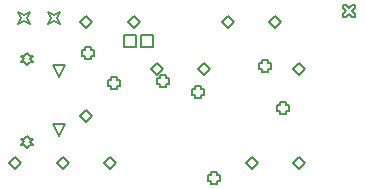
<source format=gbr>
G04*
G04 #@! TF.GenerationSoftware,Altium Limited,Altium Designer,24.6.1 (21)*
G04*
G04 Layer_Color=2752767*
%FSLAX25Y25*%
%MOIN*%
G70*
G04*
G04 #@! TF.SameCoordinates,5512D287-6342-4ABA-9CF6-7DAEAAFA0F20*
G04*
G04*
G04 #@! TF.FilePolarity,Positive*
G04*
G01*
G75*
%ADD43C,0.00500*%
D43*
X345130Y339721D02*
X343130Y343721D01*
X347130D01*
X345130Y339721D01*
Y359405D02*
X343130Y363405D01*
X347130D01*
X345130Y359405D01*
X334500Y335784D02*
X335500Y336784D01*
X336500D01*
X335500Y337784D01*
X336500Y338784D01*
X335500D01*
X334500Y339784D01*
X333500Y338784D01*
X332500D01*
X333500Y337784D01*
X332500Y336784D01*
X333500D01*
X334500Y335784D01*
Y363342D02*
X335500Y364342D01*
X336500D01*
X335500Y365342D01*
X336500Y366342D01*
X335500D01*
X334500Y367342D01*
X333500Y366342D01*
X332500D01*
X333500Y365342D01*
X332500Y364342D01*
X333500D01*
X334500Y363342D01*
X372512Y369500D02*
Y373500D01*
X376512D01*
Y369500D01*
X372512D01*
X367000D02*
Y373500D01*
X371000D01*
Y369500D01*
X367000D01*
X341500Y377000D02*
X342500Y379000D01*
X341500Y381000D01*
X343500Y380000D01*
X345500Y381000D01*
X344500Y379000D01*
X345500Y377000D01*
X343500Y378000D01*
X341500Y377000D01*
X331500D02*
X332500Y379000D01*
X331500Y381000D01*
X333500Y380000D01*
X335500Y381000D01*
X334500Y379000D01*
X335500Y377000D01*
X333500Y378000D01*
X331500Y377000D01*
X395894Y324894D02*
Y323894D01*
X397894D01*
Y324894D01*
X398894D01*
Y326894D01*
X397894D01*
Y327894D01*
X395894D01*
Y326894D01*
X394894D01*
Y324894D01*
X395894D01*
X423197Y362205D02*
X425197Y364205D01*
X427197Y362205D01*
X425197Y360205D01*
X423197Y362205D01*
Y330709D02*
X425197Y332709D01*
X427197Y330709D01*
X425197Y328709D01*
X423197Y330709D01*
X415323Y377953D02*
X417323Y379953D01*
X419323Y377953D01*
X417323Y375953D01*
X415323Y377953D01*
X407449Y330709D02*
X409449Y332709D01*
X411449Y330709D01*
X409449Y328709D01*
X407449Y330709D01*
X399575Y377953D02*
X401575Y379953D01*
X403575Y377953D01*
X401575Y375953D01*
X399575Y377953D01*
X391701Y362205D02*
X393701Y364205D01*
X395701Y362205D01*
X393701Y360205D01*
X391701Y362205D01*
X375953D02*
X377953Y364205D01*
X379953Y362205D01*
X377953Y360205D01*
X375953Y362205D01*
X368079Y377953D02*
X370079Y379953D01*
X372079Y377953D01*
X370079Y375953D01*
X368079Y377953D01*
X360205Y330709D02*
X362205Y332709D01*
X364205Y330709D01*
X362205Y328709D01*
X360205Y330709D01*
X352331Y377953D02*
X354331Y379953D01*
X356331Y377953D01*
X354331Y375953D01*
X352331Y377953D01*
Y346457D02*
X354331Y348457D01*
X356331Y346457D01*
X354331Y344457D01*
X352331Y346457D01*
X344457Y330709D02*
X346457Y332709D01*
X348457Y330709D01*
X346457Y328709D01*
X344457Y330709D01*
X328709D02*
X330709Y332709D01*
X332709Y330709D01*
X330709Y328709D01*
X328709Y330709D01*
X440000Y379500D02*
X441000D01*
X442000Y380500D01*
X443000Y379500D01*
X444000D01*
Y380500D01*
X443000Y381500D01*
X444000Y382500D01*
Y383500D01*
X443000D01*
X442000Y382500D01*
X441000Y383500D01*
X440000D01*
Y382500D01*
X441000Y381500D01*
X440000Y380500D01*
Y379500D01*
X413000Y362000D02*
Y361000D01*
X415000D01*
Y362000D01*
X416000D01*
Y364000D01*
X415000D01*
Y365000D01*
X413000D01*
Y364000D01*
X412000D01*
Y362000D01*
X413000D01*
X354000Y366500D02*
Y365500D01*
X356000D01*
Y366500D01*
X357000D01*
Y368500D01*
X356000D01*
Y369500D01*
X354000D01*
Y368500D01*
X353000D01*
Y366500D01*
X354000D01*
X362500Y356500D02*
Y355500D01*
X364500D01*
Y356500D01*
X365500D01*
Y358500D01*
X364500D01*
Y359500D01*
X362500D01*
Y358500D01*
X361500D01*
Y356500D01*
X362500D01*
X419000Y348000D02*
Y347000D01*
X421000D01*
Y348000D01*
X422000D01*
Y350000D01*
X421000D01*
Y351000D01*
X419000D01*
Y350000D01*
X418000D01*
Y348000D01*
X419000D01*
X390500Y353500D02*
Y352500D01*
X392500D01*
Y353500D01*
X393500D01*
Y355500D01*
X392500D01*
Y356500D01*
X390500D01*
Y355500D01*
X389500D01*
Y353500D01*
X390500D01*
X379000Y357000D02*
Y356000D01*
X381000D01*
Y357000D01*
X382000D01*
Y359000D01*
X381000D01*
Y360000D01*
X379000D01*
Y359000D01*
X378000D01*
Y357000D01*
X379000D01*
M02*

</source>
